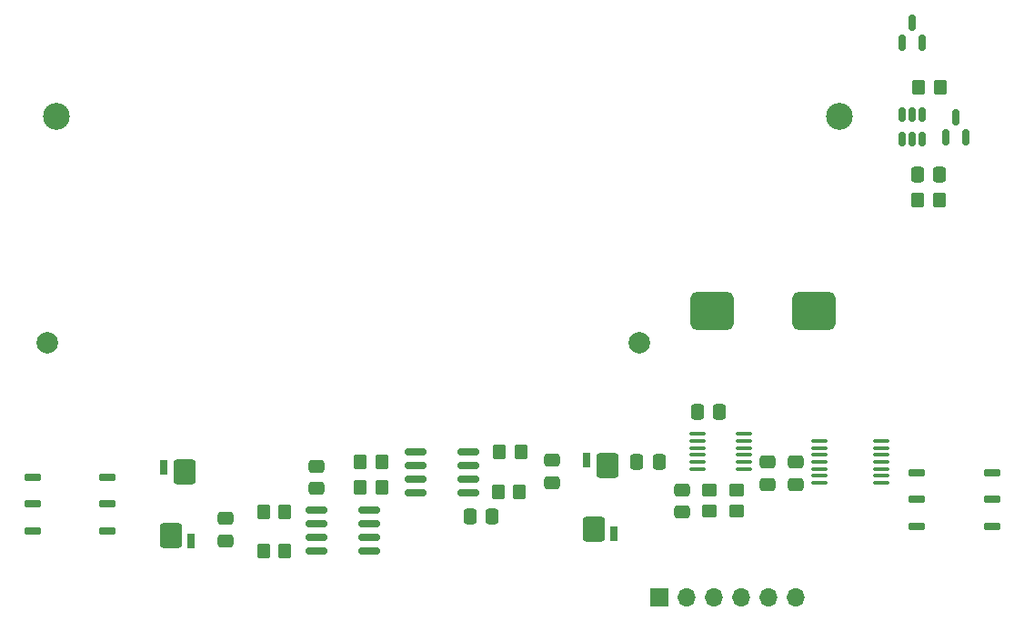
<source format=gts>
%TF.GenerationSoftware,KiCad,Pcbnew,9.0.0*%
%TF.CreationDate,2025-03-15T23:12:27-07:00*%
%TF.ProjectId,Joule-Thief_R6,4a6f756c-652d-4546-9869-65665f52362e,5*%
%TF.SameCoordinates,Original*%
%TF.FileFunction,Soldermask,Top*%
%TF.FilePolarity,Negative*%
%FSLAX46Y46*%
G04 Gerber Fmt 4.6, Leading zero omitted, Abs format (unit mm)*
G04 Created by KiCad (PCBNEW 9.0.0) date 2025-03-15 23:12:27*
%MOMM*%
%LPD*%
G01*
G04 APERTURE LIST*
G04 Aperture macros list*
%AMRoundRect*
0 Rectangle with rounded corners*
0 $1 Rounding radius*
0 $2 $3 $4 $5 $6 $7 $8 $9 X,Y pos of 4 corners*
0 Add a 4 corners polygon primitive as box body*
4,1,4,$2,$3,$4,$5,$6,$7,$8,$9,$2,$3,0*
0 Add four circle primitives for the rounded corners*
1,1,$1+$1,$2,$3*
1,1,$1+$1,$4,$5*
1,1,$1+$1,$6,$7*
1,1,$1+$1,$8,$9*
0 Add four rect primitives between the rounded corners*
20,1,$1+$1,$2,$3,$4,$5,0*
20,1,$1+$1,$4,$5,$6,$7,0*
20,1,$1+$1,$6,$7,$8,$9,0*
20,1,$1+$1,$8,$9,$2,$3,0*%
G04 Aperture macros list end*
%ADD10RoundRect,0.150000X0.825000X0.150000X-0.825000X0.150000X-0.825000X-0.150000X0.825000X-0.150000X0*%
%ADD11RoundRect,0.250000X-0.350000X-0.450000X0.350000X-0.450000X0.350000X0.450000X-0.350000X0.450000X0*%
%ADD12C,2.500000*%
%ADD13RoundRect,0.525000X1.475000X-1.225000X1.475000X1.225000X-1.475000X1.225000X-1.475000X-1.225000X0*%
%ADD14RoundRect,0.090000X-0.660000X-0.210000X0.660000X-0.210000X0.660000X0.210000X-0.660000X0.210000X0*%
%ADD15RoundRect,0.090000X0.660000X0.210000X-0.660000X0.210000X-0.660000X-0.210000X0.660000X-0.210000X0*%
%ADD16C,2.000000*%
%ADD17RoundRect,0.100000X-0.637500X-0.100000X0.637500X-0.100000X0.637500X0.100000X-0.637500X0.100000X0*%
%ADD18RoundRect,0.100000X0.625000X0.100000X-0.625000X0.100000X-0.625000X-0.100000X0.625000X-0.100000X0*%
%ADD19RoundRect,0.250000X-0.337500X-0.475000X0.337500X-0.475000X0.337500X0.475000X-0.337500X0.475000X0*%
%ADD20RoundRect,0.250000X0.350000X0.450000X-0.350000X0.450000X-0.350000X-0.450000X0.350000X-0.450000X0*%
%ADD21RoundRect,0.250000X0.450000X-0.350000X0.450000X0.350000X-0.450000X0.350000X-0.450000X-0.350000X0*%
%ADD22RoundRect,0.250000X-0.475000X0.337500X-0.475000X-0.337500X0.475000X-0.337500X0.475000X0.337500X0*%
%ADD23RoundRect,0.150000X0.150000X-0.587500X0.150000X0.587500X-0.150000X0.587500X-0.150000X-0.587500X0*%
%ADD24R,1.700000X1.700000*%
%ADD25O,1.700000X1.700000*%
%ADD26RoundRect,0.150000X-0.150000X0.512500X-0.150000X-0.512500X0.150000X-0.512500X0.150000X0.512500X0*%
%ADD27RoundRect,0.250000X0.337500X0.475000X-0.337500X0.475000X-0.337500X-0.475000X0.337500X-0.475000X0*%
%ADD28RoundRect,0.243600X0.771400X-0.901400X0.771400X0.901400X-0.771400X0.901400X-0.771400X-0.901400X0*%
%ADD29RoundRect,0.091200X0.288800X-0.608800X0.288800X0.608800X-0.288800X0.608800X-0.288800X-0.608800X0*%
%ADD30RoundRect,0.190000X0.190000X-0.510000X0.190000X0.510000X-0.190000X0.510000X-0.190000X-0.510000X0*%
%ADD31RoundRect,0.243600X-0.771400X0.901400X-0.771400X-0.901400X0.771400X-0.901400X0.771400X0.901400X0*%
%ADD32RoundRect,0.091200X-0.288800X0.608800X-0.288800X-0.608800X0.288800X-0.608800X0.288800X0.608800X0*%
%ADD33RoundRect,0.190000X-0.190000X0.510000X-0.190000X-0.510000X0.190000X-0.510000X0.190000X0.510000X0*%
%ADD34RoundRect,0.250000X-0.450000X0.350000X-0.450000X-0.350000X0.450000X-0.350000X0.450000X0.350000X0*%
%ADD35RoundRect,0.250000X0.475000X-0.337500X0.475000X0.337500X-0.475000X0.337500X-0.475000X-0.337500X0*%
%ADD36RoundRect,0.150000X-0.825000X-0.150000X0.825000X-0.150000X0.825000X0.150000X-0.825000X0.150000X0*%
G04 APERTURE END LIST*
D10*
%TO.C,U4*%
X87645000Y-82870000D03*
X87645000Y-81600000D03*
X87645000Y-80330000D03*
X87645000Y-79060000D03*
X92595000Y-79060000D03*
X92595000Y-80330000D03*
X92595000Y-81600000D03*
X92595000Y-82870000D03*
%TD*%
D11*
%TO.C,R5*%
X91700000Y-74575000D03*
X93700000Y-74575000D03*
%TD*%
%TO.C,R4*%
X91740000Y-76955000D03*
X93740000Y-76955000D03*
%TD*%
D12*
%TO.C,BT1*%
X136300000Y-42400000D03*
X63400000Y-42400000D03*
%TD*%
D13*
%TO.C,L1*%
X124450000Y-60550000D03*
X133950000Y-60550000D03*
%TD*%
D14*
%TO.C,SW1*%
X143550000Y-75600000D03*
X143550000Y-78100000D03*
X143550000Y-80600000D03*
X150550000Y-75600000D03*
X150550000Y-78100000D03*
X150550000Y-80600000D03*
%TD*%
D15*
%TO.C,SW2*%
X68200000Y-81000000D03*
X68200000Y-78500000D03*
X68200000Y-76000000D03*
X61200000Y-81000000D03*
X61200000Y-78500000D03*
X61200000Y-76000000D03*
%TD*%
D16*
%TO.C,BATT_1*%
X117660000Y-63500000D03*
X62600000Y-63500000D03*
%TD*%
D11*
%TO.C,R1*%
X104660000Y-73690000D03*
X106660000Y-73690000D03*
%TD*%
D17*
%TO.C,U3*%
X134487500Y-72625000D03*
X134487500Y-73275000D03*
X134487500Y-73925000D03*
X134487500Y-74575000D03*
X134487500Y-75225000D03*
X134487500Y-75875000D03*
X134487500Y-76525000D03*
X140212500Y-76525000D03*
X140212500Y-75875000D03*
X140212500Y-75225000D03*
X140212500Y-74575000D03*
X140212500Y-73925000D03*
X140212500Y-73275000D03*
X140212500Y-72625000D03*
%TD*%
D18*
%TO.C,U2*%
X127400000Y-75225000D03*
X127400000Y-74575000D03*
X127400000Y-73925000D03*
X127400000Y-73275000D03*
X127400000Y-72625000D03*
X127400000Y-71975000D03*
X123100000Y-71975000D03*
X123100000Y-72625000D03*
X123100000Y-73275000D03*
X123100000Y-73925000D03*
X123100000Y-74575000D03*
X123100000Y-75225000D03*
%TD*%
D19*
%TO.C,C3*%
X117462500Y-74587500D03*
X119537500Y-74587500D03*
%TD*%
D20*
%TO.C,R12*%
X145725000Y-39700000D03*
X143725000Y-39700000D03*
%TD*%
D21*
%TO.C,R6*%
X124200000Y-79175000D03*
X124200000Y-77175000D03*
%TD*%
D20*
%TO.C,R8*%
X84695000Y-82857500D03*
X82695000Y-82857500D03*
%TD*%
%TO.C,R9*%
X84695000Y-79220000D03*
X82695000Y-79220000D03*
%TD*%
D22*
%TO.C,C2*%
X109610000Y-74452500D03*
X109610000Y-76527500D03*
%TD*%
D23*
%TO.C,Q1*%
X142150000Y-35537500D03*
X144050000Y-35537500D03*
X143100000Y-33662500D03*
%TD*%
D22*
%TO.C,C9*%
X79142500Y-79857500D03*
X79142500Y-81932500D03*
%TD*%
%TO.C,C5*%
X121700000Y-77175000D03*
X121700000Y-79250000D03*
%TD*%
D24*
%TO.C,J2*%
X119585000Y-87175000D03*
D25*
X122125000Y-87175000D03*
X124665000Y-87175000D03*
X127205000Y-87175000D03*
X129745000Y-87175000D03*
X132285000Y-87175000D03*
%TD*%
D11*
%TO.C,R2*%
X104560000Y-77340000D03*
X106560000Y-77340000D03*
%TD*%
D26*
%TO.C,U5*%
X144050000Y-42275000D03*
X143100000Y-42275000D03*
X142150000Y-42275000D03*
X142150000Y-44550000D03*
X143100000Y-44550000D03*
X144050000Y-44550000D03*
%TD*%
D27*
%TO.C,C4*%
X125162500Y-69925000D03*
X123087500Y-69925000D03*
%TD*%
D23*
%TO.C,Q2*%
X146225000Y-44362500D03*
X148125000Y-44362500D03*
X147175000Y-42487500D03*
%TD*%
D22*
%TO.C,C7*%
X129600000Y-74600000D03*
X129600000Y-76675000D03*
%TD*%
%TO.C,C6*%
X132300000Y-74612500D03*
X132300000Y-76687500D03*
%TD*%
D28*
%TO.C,R10*%
X74055000Y-81475000D03*
D29*
X75960000Y-81920000D03*
D30*
X73420000Y-75060000D03*
D28*
X75325000Y-75505000D03*
%TD*%
D31*
%TO.C,R3*%
X114715000Y-74885000D03*
D32*
X112810000Y-74440000D03*
D33*
X115350000Y-81300000D03*
D31*
X113445000Y-80855000D03*
%TD*%
D34*
%TO.C,R7*%
X126800000Y-77175000D03*
X126800000Y-79175000D03*
%TD*%
D11*
%TO.C,R11*%
X143612500Y-50225000D03*
X145612500Y-50225000D03*
%TD*%
D35*
%TO.C,C8*%
X87607500Y-77057500D03*
X87607500Y-74982500D03*
%TD*%
D19*
%TO.C,C1*%
X101915000Y-79697500D03*
X103990000Y-79697500D03*
%TD*%
D36*
%TO.C,U1*%
X96860000Y-73690000D03*
X96860000Y-74960000D03*
X96860000Y-76230000D03*
X96860000Y-77500000D03*
X101810000Y-77500000D03*
X101810000Y-76230000D03*
X101810000Y-74960000D03*
X101810000Y-73690000D03*
%TD*%
D19*
%TO.C,C10*%
X143575000Y-47825000D03*
X145650000Y-47825000D03*
%TD*%
M02*

</source>
